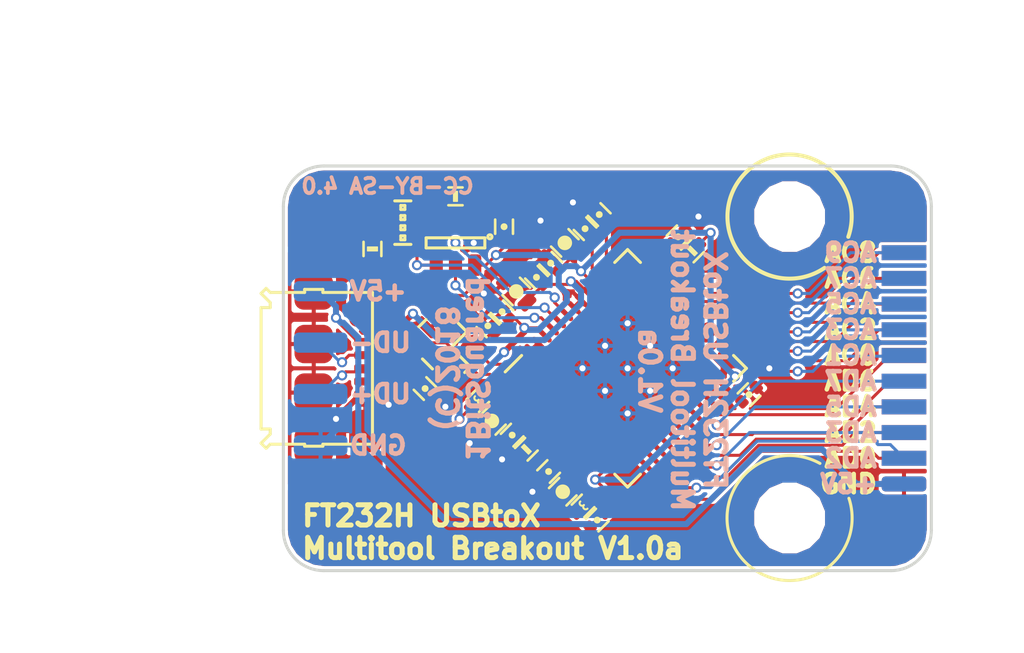
<source format=kicad_pcb>
(kicad_pcb (version 20171130) (host pcbnew 5.0.0-rc2-dev-unknown-44bf92a~64~ubuntu16.04.1)
  (title_block (title "ftdi ft232h breakout") (rev V1.0a) (company 1BitSquared) (comment 1 "(C) 2018 Piotr Esden-Tempski <piotr@1bitsquared.com>") (comment 2 "(C) 2018 1BitSquared <info@1bitsquared.com>") (comment 3 "License: CC-BY-SA 4.0"))
  (layers (0 F.Cu signal) (31 B.Cu signal) (34 B.Paste user) (35 F.Paste user) (36 B.SilkS user) (37 F.SilkS user) (38 B.Mask user) (39 F.Mask user) (44 Edge.Cuts user))
  (net 0 "")
  (net 1 +3V3)
  (net 2 GND)
  (net 3 "Net-(R6-Pad1)")
  (net 4 "Net-(R2-Pad1)")
  (net 5 "Net-(C3-Pad1)")
  (net 6 +5V)
  (net 7 "Net-(C12-Pad1)")
  (net 8 "Net-(C13-Pad1)")
  (net 9 /shield)
  (net 10 "Net-(P1-Pad4)")
  (net 11 "Net-(R2-Pad5)")
  (net 12 "Net-(R2-Pad3)")
  (net 13 "Net-(C2-Pad1)")
  (net 14 "Net-(R8-Pad2)")
  (net 15 /ADBUS0)
  (net 16 /ADBUS1)
  (net 17 /ADBUS2)
  (net 18 /ADBUS3)
  (net 19 /ADBUS4)
  (net 20 /ADBUS5)
  (net 21 /ADBUS6)
  (net 22 /ADBUS7)
  (net 23 /ACBUS0)
  (net 24 /ACBUS1)
  (net 25 /ACBUS2)
  (net 26 /ACBUS3)
  (net 27 /ACBUS4)
  (net 28 /ACBUS5)
  (net 29 /ACBUS6)
  (net 30 /ACBUS7)
  (net 31 /ACBUS8)
  (net 32 /ACBUS9)
  (net 33 "Net-(C4-Pad1)")
  (net 34 /VCCA)
  (net 35 /VCORE)
  (net 36 /USB_D-)
  (net 37 /USB_D+)
  (module pkl_samtec:FTSH-EDGE-20pin (layer F.Cu) (at 62 47.5 90)
    (fp_text reference J1 hide)
    (fp_text value Conn hide)
    (pad 1 smd roundrect (at -5.715 -1.35 90) (size 0.74 2.2) (layers F.Cu F.Mask) (net 2 GND))
    (pad 2 smd roundrect (at -5.715 -1.35 90) (size 0.74 2.2) (layers B.Cu B.Mask) (net 6 +5V))
    (pad 3 smd rect (at -4.445 -1.35 90) (size 0.74 2.2) (layers F.Cu F.Mask) (net 15 /ADBUS0))
    (pad 5 smd rect (at -3.175 -1.35 90) (size 0.74 2.2) (layers F.Cu F.Mask) (net 17 /ADBUS2))
    (pad 7 smd rect (at -1.905 -1.35 90) (size 0.74 2.2) (layers F.Cu F.Mask) (net 19 /ADBUS4))
    (pad 9 smd rect (at -0.635 -1.35 90) (size 0.74 2.2) (layers F.Cu F.Mask) (net 21 /ADBUS6))
    (pad 4 smd rect (at -4.445 -1.35 90) (size 0.74 2.2) (layers B.Cu B.Mask) (net 16 /ADBUS1))
    (pad e smd rect (at -3.175 -1.35 90) (size 0.74 2.2) (layers B.Cu B.Mask))
    (pad 8 smd rect (at -1.905 -1.35 90) (size 0.74 2.2) (layers B.Cu B.Mask) (net 20 /ADBUS5))
    (pad 10 smd rect (at -0.635 -1.35 90) (size 0.74 2.2) (layers B.Cu B.Mask) (net 22 /ADBUS7))
    (pad 12 smd rect (at 0.635 -1.35 90) (size 0.74 2.2) (layers B.Cu B.Mask) (net 24 /ACBUS1))
    (pad 14 smd rect (at 1.905 -1.35 90) (size 0.74 2.2) (layers B.Cu B.Mask) (net 26 /ACBUS3))
    (pad 16 smd rect (at 3.175 -1.35 90) (size 0.74 2.2) (layers B.Cu B.Mask) (net 28 /ACBUS5))
    (pad 18 smd rect (at 4.445 -1.35 90) (size 0.74 2.2) (layers B.Cu B.Mask) (net 30 /ACBUS7))
    (pad 20 smd rect (at 5.715 -1.35 90) (size 0.74 2.2) (layers B.Cu B.Mask) (net 32 /ACBUS9))
    (pad 11 smd rect (at 0.635 -1.35 90) (size 0.74 2.2) (layers F.Cu F.Mask) (net 23 /ACBUS0))
    (pad 13 smd rect (at 1.905 -1.35 90) (size 0.74 2.2) (layers F.Cu F.Mask) (net 25 /ACBUS2))
    (pad 15 smd rect (at 3.175 -1.35 90) (size 0.74 2.2) (layers F.Cu F.Mask) (net 27 /ACBUS4))
    (pad 17 smd rect (at 4.445 -1.35 90) (size 0.74 2.2) (layers F.Cu F.Mask) (net 29 /ACBUS6))
    (pad 19 smd rect (at 5.715 -1.35 90) (size 0.74 2.2) (layers F.Cu F.Mask) (net 31 /ACBUS8))
  )
  (module MountingHole:MountingHole_3.2mm_M3 (layer F.Cu) (at 55 54.9)
    (fp_text reference REF** hide)
    (fp_text value MountingHole_3.2mm_M3 hide)
    (pad 1 np_thru_hole circle (at 0 0) (size 3.2 3.2) (drill 3.2) (layers *.Cu *.Mask))
  )
  (module MountingHole:MountingHole_3.2mm_M3 (layer F.Cu) (at 55 40)
    (fp_text reference REF** hide)
    (fp_text value MountingHole_3.2mm_M3 hide)
    (pad 1 np_thru_hole circle (at 0 0) (size 3.2 3.2) (drill 3.2) (layers *.Cu *.Mask))
  )
  (module pkl_housings_sot:SOT-23-6 (layer F.Cu) (at 38.5 41.3 90)
    (fp_text reference U1)
    (fp_text value 93C46B-SOT-23-6)
    (pad 1 smd roundrect (at 1.1 0.95 270) (size 1.06 0.65) (layers F.Cu F.Paste F.Mask) (net 11 "Net-(R2-Pad5)"))
    (pad 2 smd roundrect (at 1.1 0 270) (size 1.06 0.65) (layers F.Cu F.Paste F.Mask) (net 2 GND))
    (pad 3 smd roundrect (at 1.1 -0.95 270) (size 1.06 0.65) (layers F.Cu F.Paste F.Mask) (net 3 "Net-(R6-Pad1)"))
    (pad 4 smd roundrect (at -1.1 -0.95 270) (size 1.06 0.65) (layers F.Cu F.Paste F.Mask) (net 4 "Net-(R2-Pad1)"))
    (pad 6 smd roundrect (at -1.1 0.95 270) (size 1.06 0.65) (layers F.Cu F.Paste F.Mask) (net 1 +3V3))
    (pad 5 smd roundrect (at -1.1 0 270) (size 1.06 0.65) (layers F.Cu F.Paste F.Mask) (net 12 "Net-(R2-Pad3)"))
  )
  (module pkl_dipol:C_0402 (layer F.Cu) (at 43.2 42.3 135)
    (fp_text reference C8)
    (fp_text value 100n)
    (pad 2 smd roundrect (at 0.499999 0 135) (size 0.5 0.6) (layers F.Cu F.Paste F.Mask) (net 2 GND))
    (pad 1 smd roundrect (at -0.499999 0 135) (size 0.5 0.6) (layers F.Cu F.Paste F.Mask) (net 1 +3V3))
  )
  (module pkl_dipol:C_0402 (layer F.Cu) (at 40.1 45.4 135)
    (fp_text reference C2)
    (fp_text value 10p)
    (pad 1 smd roundrect (at -0.499999 0 135) (size 0.5 0.6) (layers F.Cu F.Paste F.Mask) (net 13 "Net-(C2-Pad1)"))
    (pad 2 smd roundrect (at 0.499999 0 135) (size 0.5 0.6) (layers F.Cu F.Paste F.Mask) (net 2 GND))
  )
  (module pkl_housings_dfn_qfn:QFN-48-1EP_8x8mm_Pitch0.5mm (layer F.Cu) (at 47 47.5 45)
    (fp_text reference U2)
    (fp_text value FT232H)
    (pad 1 smd oval (at -4 -2.75 135) (size 0.25 0.8) (layers F.Cu F.Paste F.Mask) (net 13 "Net-(C2-Pad1)"))
    (pad 2 smd oval (at -4 -2.25 135) (size 0.25 0.8) (layers F.Cu F.Paste F.Mask) (net 5 "Net-(C3-Pad1)"))
    (pad 3 smd oval (at -4 -1.75 135) (size 0.25 0.8) (layers F.Cu F.Paste F.Mask) (net 7 "Net-(C12-Pad1)"))
    (pad 4 smd oval (at -4.000001 -1.25 135) (size 0.25 0.8) (layers F.Cu F.Paste F.Mask) (net 2 GND))
    (pad 5 smd oval (at -4 -0.75 135) (size 0.25 0.8) (layers F.Cu F.Paste F.Mask) (net 14 "Net-(R8-Pad2)"))
    (pad 6 smd oval (at -4 -0.25 135) (size 0.25 0.8) (layers F.Cu F.Paste F.Mask) (net 36 /USB_D-))
    (pad 7 smd oval (at -4 0.25 135) (size 0.25 0.8) (layers F.Cu F.Paste F.Mask) (net 37 /USB_D+))
    (pad 8 smd oval (at -4 0.75 135) (size 0.25 0.8) (layers F.Cu F.Paste F.Mask) (net 8 "Net-(C13-Pad1)"))
    (pad 9 smd oval (at -4.000001 1.25 135) (size 0.25 0.8) (layers F.Cu F.Paste F.Mask) (net 2 GND))
    (pad 10 smd oval (at -4 1.75 135) (size 0.25 0.8) (layers F.Cu F.Paste F.Mask) (net 2 GND))
    (pad 11 smd oval (at -4 2.25 135) (size 0.25 0.8) (layers F.Cu F.Paste F.Mask) (net 2 GND))
    (pad 12 smd oval (at -4 2.75 135) (size 0.25 0.8) (layers F.Cu F.Paste F.Mask) (net 1 +3V3))
    (pad 13 smd oval (at -2.75 4 45) (size 0.25 0.8) (layers F.Cu F.Paste F.Mask) (net 15 /ADBUS0))
    (pad 14 smd oval (at -2.25 4 45) (size 0.25 0.8) (layers F.Cu F.Paste F.Mask) (net 16 /ADBUS1))
    (pad 15 smd oval (at -1.75 4 45) (size 0.25 0.8) (layers F.Cu F.Paste F.Mask) (net 17 /ADBUS2))
    (pad 16 smd oval (at -1.25 4.000001 45) (size 0.25 0.8) (layers F.Cu F.Paste F.Mask) (net 18 /ADBUS3))
    (pad 17 smd oval (at -0.75 4 45) (size 0.25 0.8) (layers F.Cu F.Paste F.Mask) (net 19 /ADBUS4))
    (pad 18 smd oval (at -0.25 4 45) (size 0.25 0.8) (layers F.Cu F.Paste F.Mask) (net 20 /ADBUS5))
    (pad 19 smd oval (at 0.25 4 45) (size 0.25 0.8) (layers F.Cu F.Paste F.Mask) (net 21 /ADBUS6))
    (pad 20 smd oval (at 0.75 4 45) (size 0.25 0.8) (layers F.Cu F.Paste F.Mask) (net 22 /ADBUS7))
    (pad 21 smd oval (at 1.25 4.000001 45) (size 0.25 0.8) (layers F.Cu F.Paste F.Mask) (net 23 /ACBUS0))
    (pad 22 smd oval (at 1.75 4 45) (size 0.25 0.8) (layers F.Cu F.Paste F.Mask) (net 2 GND))
    (pad 23 smd oval (at 2.25 4 45) (size 0.25 0.8) (layers F.Cu F.Paste F.Mask) (net 2 GND))
    (pad 24 smd oval (at 2.75 4 45) (size 0.25 0.8) (layers F.Cu F.Paste F.Mask) (net 1 +3V3))
    (pad 25 smd oval (at 4 2.75 135) (size 0.25 0.8) (layers F.Cu F.Paste F.Mask) (net 24 /ACBUS1))
    (pad 26 smd oval (at 4 2.25 135) (size 0.25 0.8) (layers F.Cu F.Paste F.Mask) (net 25 /ACBUS2))
    (pad 27 smd oval (at 4 1.75 135) (size 0.25 0.8) (layers F.Cu F.Paste F.Mask) (net 26 /ACBUS3))
    (pad 28 smd oval (at 4.000001 1.25 135) (size 0.25 0.8) (layers F.Cu F.Paste F.Mask) (net 27 /ACBUS4))
    (pad 29 smd oval (at 4 0.75 135) (size 0.25 0.8) (layers F.Cu F.Paste F.Mask) (net 28 /ACBUS5))
    (pad 30 smd oval (at 4 0.25 135) (size 0.25 0.8) (layers F.Cu F.Paste F.Mask) (net 29 /ACBUS6))
    (pad 31 smd oval (at 4 -0.25 135) (size 0.25 0.8) (layers F.Cu F.Paste F.Mask) (net 30 /ACBUS7))
    (pad 32 smd oval (at 4 -0.75 135) (size 0.25 0.8) (layers F.Cu F.Paste F.Mask) (net 31 /ACBUS8))
    (pad 33 smd oval (at 4.000001 -1.25 135) (size 0.25 0.8) (layers F.Cu F.Paste F.Mask) (net 32 /ACBUS9))
    (pad 34 smd oval (at 4 -1.75 135) (size 0.25 0.8) (layers F.Cu F.Paste F.Mask) (net 33 "Net-(C4-Pad1)"))
    (pad 35 smd oval (at 4 -2.25 135) (size 0.25 0.8) (layers F.Cu F.Paste F.Mask) (net 2 GND))
    (pad 36 smd oval (at 4 -2.75 135) (size 0.25 0.8) (layers F.Cu F.Paste F.Mask) (net 2 GND))
    (pad 37 smd oval (at 2.75 -4 45) (size 0.25 0.8) (layers F.Cu F.Paste F.Mask) (net 34 /VCCA))
    (pad 38 smd oval (at 2.25 -4 45) (size 0.25 0.8) (layers F.Cu F.Paste F.Mask) (net 35 /VCORE))
    (pad 39 smd oval (at 1.75 -4 45) (size 0.25 0.8) (layers F.Cu F.Paste F.Mask) (net 1 +3V3))
    (pad 40 smd oval (at 1.25 -4.000001 45) (size 0.25 0.8) (layers F.Cu F.Paste F.Mask) (net 6 +5V))
    (pad 41 smd oval (at 0.75 -4 45) (size 0.25 0.8) (layers F.Cu F.Paste F.Mask) (net 2 GND))
    (pad 42 smd oval (at 0.25 -4 45) (size 0.25 0.8) (layers F.Cu F.Paste F.Mask) (net 2 GND))
    (pad 43 smd oval (at -0.25 -4 45) (size 0.25 0.8) (layers F.Cu F.Paste F.Mask) (net 3 "Net-(R6-Pad1)"))
    (pad 44 smd oval (at -0.75 -4 45) (size 0.25 0.8) (layers F.Cu F.Paste F.Mask) (net 4 "Net-(R2-Pad1)"))
    (pad 45 smd oval (at -1.25 -4.000001 45) (size 0.25 0.8) (layers F.Cu F.Paste F.Mask) (net 12 "Net-(R2-Pad3)"))
    (pad 46 smd oval (at -1.75 -4 45) (size 0.25 0.8) (layers F.Cu F.Paste F.Mask) (net 1 +3V3))
    (pad 47 smd oval (at -2.25 -4 45) (size 0.25 0.8) (layers F.Cu F.Paste F.Mask) (net 2 GND))
    (pad 48 smd oval (at -2.75 -4 45) (size 0.25 0.8) (layers F.Cu F.Paste F.Mask) (net 2 GND))
    (pad 49 smd rect (at -2.35875 -2.35875 45) (size 1.5725 1.5725) (layers F.Cu F.Paste F.Mask) (net 2 GND))
    (pad 49 smd rect (at -2.35875 -0.78625 45) (size 1.5725 1.5725) (layers F.Cu F.Paste F.Mask) (net 2 GND))
    (pad 49 smd rect (at -2.35875 0.78625 45) (size 1.5725 1.5725) (layers F.Cu F.Paste F.Mask) (net 2 GND))
    (pad 49 smd rect (at -2.35875 2.35875 45) (size 1.5725 1.5725) (layers F.Cu F.Paste F.Mask) (net 2 GND))
    (pad 49 smd rect (at -0.78625 -2.35875 45) (size 1.5725 1.5725) (layers F.Cu F.Paste F.Mask) (net 2 GND))
    (pad 49 smd rect (at -0.78625 -0.78625 45) (size 1.5725 1.5725) (layers F.Cu F.Paste F.Mask) (net 2 GND))
    (pad 49 smd rect (at -0.78625 0.78625 45) (size 1.5725 1.5725) (layers F.Cu F.Paste F.Mask) (net 2 GND))
    (pad 49 smd rect (at -0.78625 2.35875 45) (size 1.5725 1.5725) (layers F.Cu F.Paste F.Mask) (net 2 GND))
    (pad 49 smd rect (at 0.78625 -2.35875 45) (size 1.5725 1.5725) (layers F.Cu F.Paste F.Mask) (net 2 GND))
    (pad 49 smd rect (at 0.78625 -0.78625 45) (size 1.5725 1.5725) (layers F.Cu F.Paste F.Mask) (net 2 GND))
    (pad 49 smd rect (at 0.78625 0.78625 45) (size 1.5725 1.5725) (layers F.Cu F.Paste F.Mask) (net 2 GND))
    (pad 49 smd rect (at 0.78625 2.35875 45) (size 1.5725 1.5725) (layers F.Cu F.Paste F.Mask) (net 2 GND))
    (pad 49 smd rect (at 2.35875 -2.35875 45) (size 1.5725 1.5725) (layers F.Cu F.Paste F.Mask) (net 2 GND))
    (pad 49 smd rect (at 2.35875 -0.78625 45) (size 1.5725 1.5725) (layers F.Cu F.Paste F.Mask) (net 2 GND))
    (pad 49 smd rect (at 2.35875 0.78625 45) (size 1.5725 1.5725) (layers F.Cu F.Paste F.Mask) (net 2 GND))
    (pad 49 smd rect (at 2.35875 2.35875 45) (size 1.5725 1.5725) (layers F.Cu F.Paste F.Mask) (net 2 GND))
    (pad 49 thru_hole circle (at -1.575 -1.575 45) (size 0.5 0.5) (drill 0.3) (layers *.Cu F.Mask) (net 2 GND))
    (pad 49 thru_hole circle (at -1.575 0 45) (size 0.5 0.5) (drill 0.3) (layers *.Cu F.Mask) (net 2 GND))
    (pad 49 thru_hole circle (at -1.575 1.575 45) (size 0.5 0.5) (drill 0.3) (layers *.Cu F.Mask) (net 2 GND))
    (pad 49 thru_hole circle (at 0 -1.575 45) (size 0.5 0.5) (drill 0.3) (layers *.Cu F.Mask) (net 2 GND))
    (pad 49 thru_hole circle (at 0 0 45) (size 0.5 0.5) (drill 0.3) (layers *.Cu F.Mask) (net 2 GND))
    (pad 49 thru_hole circle (at 0 1.575 45) (size 0.5 0.5) (drill 0.3) (layers *.Cu F.Mask) (net 2 GND))
    (pad 49 thru_hole circle (at 1.575 -1.575 45) (size 0.5 0.5) (drill 0.3) (layers *.Cu F.Mask) (net 2 GND))
    (pad 49 thru_hole circle (at 1.575 0 45) (size 0.5 0.5) (drill 0.3) (layers *.Cu F.Mask) (net 2 GND))
    (pad 49 thru_hole circle (at 1.575 1.575 45) (size 0.5 0.5) (drill 0.3) (layers *.Cu F.Mask) (net 2 GND))
  )
  (module pkl_misc:ABM8 (layer F.Cu) (at 38 46.4 135)
    (fp_text reference X1)
    (fp_text value 12MHz)
    (pad 1 smd roundrect (at -1.15 0.925 135) (size 1.3 1.05) (layers F.Cu F.Paste F.Mask) (net 13 "Net-(C2-Pad1)"))
    (pad 2 smd roundrect (at 1.15 -0.925 135) (size 1.3 1.05) (layers F.Cu F.Paste F.Mask) (net 5 "Net-(C3-Pad1)"))
    (pad GND smd roundrect (at -1.15 -0.925 135) (size 1.3 1.05) (layers F.Cu F.Paste F.Mask) (net 2 GND))
    (pad GND smd roundrect (at 1.15 0.925 135) (size 1.3 1.05) (layers F.Cu F.Paste F.Mask) (net 2 GND))
  )
  (module pkl_pads:PAD_SMD_1x2.65 (layer B.Cu) (at 31.84 51.31)
    (fp_text reference P5 hide)
    (fp_text value UP hide)
    (pad 1 smd roundrect (at 0 0) (size 2.65 1) (layers B.Cu B.Mask) (net 2 GND))
  )
  (module pkl_pads:PAD_SMD_1x2.65 (layer B.Cu) (at 31.84 43.69)
    (fp_text reference P2 hide)
    (fp_text value UP hide)
    (pad 1 smd roundrect (at 0 0) (size 2.65 1) (layers B.Cu B.Mask) (net 6 +5V))
  )
  (module pkl_pads:PAD_SMD_1x2.65 (layer B.Cu) (at 31.84 46.23)
    (fp_text reference P3 hide)
    (fp_text value UP hide)
    (pad 1 smd roundrect (at 0 0) (size 2.65 1) (layers B.Cu B.Mask) (net 36 /USB_D-))
  )
  (module pkl_pads:PAD_SMD_1x2.65 (layer B.Cu) (at 31.84 48.77)
    (fp_text reference P4 hide)
    (fp_text value UP hide)
    (pad 1 smd roundrect (at 0 0) (size 2.65 1) (layers B.Cu B.Mask) (net 37 /USB_D+))
  )
  (module pkl_dipol:C_0603 (layer F.Cu) (at 41.5 43.7 135)
    (fp_text reference C7)
    (fp_text value 4u7)
    (pad 1 smd roundrect (at -0.75 0 135) (size 0.6 0.9) (layers F.Cu F.Paste F.Mask) (net 6 +5V))
    (pad 2 smd roundrect (at 0.75 0 135) (size 0.6 0.9) (layers F.Cu F.Paste F.Mask) (net 2 GND))
  )
  (module pkl_dipol:C_0603 (layer F.Cu) (at 40.3 50.1 225)
    (fp_text reference C6)
    (fp_text value 4u7)
    (pad 2 smd roundrect (at 0.75 0 225) (size 0.6 0.9) (layers F.Cu F.Paste F.Mask) (net 2 GND))
    (pad 1 smd roundrect (at -0.75 0 225) (size 0.6 0.9) (layers F.Cu F.Paste F.Mask) (net 7 "Net-(C12-Pad1)"))
  )
  (module pkl_dipol:C_0603 (layer F.Cu) (at 43.8 53.6 225)
    (fp_text reference C9)
    (fp_text value 4u7)
    (pad 1 smd roundrect (at -0.75 0 225) (size 0.6 0.9) (layers F.Cu F.Paste F.Mask) (net 8 "Net-(C13-Pad1)"))
    (pad 2 smd roundrect (at 0.75 0 225) (size 0.6 0.9) (layers F.Cu F.Paste F.Mask) (net 2 GND))
  )
  (module pkl_dipol:R_Array_Convex_4x0402 (layer F.Cu) (at 35.9 40.3 90)
    (fp_text reference R2)
    (fp_text value 10k)
    (pad 3 smd roundrect (at -0.25 0.475 90) (size 0.3 0.45) (layers F.Cu F.Paste F.Mask) (net 12 "Net-(R2-Pad3)"))
    (pad 5 smd roundrect (at 0.25 0.475 90) (size 0.3 0.45) (layers F.Cu F.Paste F.Mask) (net 11 "Net-(R2-Pad5)"))
    (pad 1 smd roundrect (at -0.75 0.475 90) (size 0.4 0.45) (layers F.Cu F.Paste F.Mask) (net 4 "Net-(R2-Pad1)"))
    (pad 7 smd roundrect (at 0.75 0.475 90) (size 0.4 0.45) (layers F.Cu F.Paste F.Mask))
    (pad 2 smd roundrect (at -0.75 -0.475 90) (size 0.4 0.45) (layers F.Cu F.Paste F.Mask) (net 1 +3V3))
    (pad 4 smd roundrect (at -0.25 -0.475 90) (size 0.3 0.45) (layers F.Cu F.Paste F.Mask) (net 1 +3V3))
    (pad 6 smd roundrect (at 0.25 -0.475 90) (size 0.3 0.45) (layers F.Cu F.Paste F.Mask) (net 1 +3V3))
    (pad 8 smd roundrect (at 0.75 -0.475 90) (size 0.4 0.45) (layers F.Cu F.Paste F.Mask))
  )
  (module pkl_connectors:Connector_USB_Micro_B_SMD (layer F.Cu) (at 31.5 47.5 180)
    (fp_text reference P1 hide)
    (fp_text value pkl_USB_OTG hide)
    (pad GND smd roundrect (at 0 1.2 270) (size 1.9 1.9) (layers F.Cu F.Paste F.Mask) (net 9 /shield))
    (pad GND smd roundrect (at 0 -1.2 270) (size 1.9 1.9) (layers F.Cu F.Paste F.Mask) (net 9 /shield))
    (pad GND smd roundrect (at 0 -3.8 270) (size 1.8 1.9) (layers F.Cu F.Paste F.Mask) (net 9 /shield))
    (pad GND smd roundrect (at 0 3.8 270) (size 1.8 1.9) (layers F.Cu F.Paste F.Mask) (net 9 /shield))
    (pad GND smd roundrect (at -2.55 -3.1 270) (size 2.1 1.6) (layers F.Cu F.Paste F.Mask) (net 9 /shield))
    (pad GND smd roundrect (at -2.55 3.1 270) (size 2.1 1.6) (layers F.Cu F.Paste F.Mask) (net 9 /shield))
    (pad 1 smd roundrect (at -2.675 1.3 270) (size 0.4 1.35) (layers F.Cu F.Paste F.Mask) (net 6 +5V))
    (pad 2 smd roundrect (at -2.675 0.65 270) (size 0.4 1.35) (layers F.Cu F.Paste F.Mask) (net 36 /USB_D-))
    (pad 3 smd roundrect (at -2.675 0 270) (size 0.4 1.35) (layers F.Cu F.Paste F.Mask) (net 37 /USB_D+))
    (pad 4 smd roundrect (at -2.675 -0.65 270) (size 0.4 1.35) (layers F.Cu F.Paste F.Mask) (net 10 "Net-(P1-Pad4)"))
    (pad 5 smd roundrect (at -2.675 -1.3 270) (size 0.4 1.35) (layers F.Cu F.Paste F.Mask) (net 2 GND))
  )
  (module pkl_dipol:C_0402 (layer F.Cu) (at 49.5 41 45)
    (fp_text reference C4)
    (fp_text value 10n)
    (pad 2 smd roundrect (at 0.499999 0 45) (size 0.5 0.6) (layers F.Cu F.Paste F.Mask) (net 2 GND))
    (pad 1 smd roundrect (at -0.499999 0 45) (size 0.5 0.6) (layers F.Cu F.Paste F.Mask) (net 33 "Net-(C4-Pad1)"))
  )
  (module pkl_dipol:C_0402 (layer F.Cu) (at 37 48.5 315)
    (fp_text reference C3)
    (fp_text value 10p)
    (pad 1 smd roundrect (at -0.499999 0 315) (size 0.5 0.6) (layers F.Cu F.Paste F.Mask) (net 5 "Net-(C3-Pad1)"))
    (pad 2 smd roundrect (at 0.499999 0 315) (size 0.5 0.6) (layers F.Cu F.Paste F.Mask) (net 2 GND))
  )
  (module pkl_dipol:C_0402 (layer F.Cu) (at 40.9 40.5 90)
    (fp_text reference C1)
    (fp_text value 100n)
    (pad 2 smd roundrect (at 0.5 0 90) (size 0.5 0.6) (layers F.Cu F.Paste F.Mask) (net 2 GND))
    (pad 1 smd roundrect (at -0.5 0 90) (size 0.5 0.6) (layers F.Cu F.Paste F.Mask) (net 1 +3V3))
  )
  (module pkl_dipol:C_0402 (layer F.Cu) (at 53 48.8 45)
    (fp_text reference C19)
    (fp_text value 100n)
    (pad 1 smd roundrect (at -0.499999 0 45) (size 0.5 0.6) (layers F.Cu F.Paste F.Mask) (net 1 +3V3))
    (pad 2 smd roundrect (at 0.499999 0 45) (size 0.5 0.6) (layers F.Cu F.Paste F.Mask) (net 2 GND))
  )
  (module pkl_dipol:C_0402 (layer F.Cu) (at 45.6 39.9 135)
    (fp_text reference C16)
    (fp_text value 100n)
    (pad 1 smd roundrect (at -0.499999 0 135) (size 0.5 0.6) (layers F.Cu F.Paste F.Mask) (net 34 /VCCA))
    (pad 2 smd roundrect (at 0.499999 0 135) (size 0.5 0.6) (layers F.Cu F.Paste F.Mask) (net 2 GND))
  )
  (module pkl_dipol:C_0402 (layer F.Cu) (at 42.5 43 135)
    (fp_text reference C10)
    (fp_text value 100n)
    (pad 2 smd roundrect (at 0.499999 0 135) (size 0.5 0.6) (layers F.Cu F.Paste F.Mask) (net 2 GND))
    (pad 1 smd roundrect (at -0.499999 0 135) (size 0.5 0.6) (layers F.Cu F.Paste F.Mask) (net 6 +5V))
  )
  (module pkl_dipol:C_0402 (layer F.Cu) (at 41.3 50.8 225)
    (fp_text reference C12)
    (fp_text value 100n)
    (pad 2 smd roundrect (at 0.499999 0 225) (size 0.5 0.6) (layers F.Cu F.Paste F.Mask) (net 2 GND))
    (pad 1 smd roundrect (at -0.499999 0 225) (size 0.5 0.6) (layers F.Cu F.Paste F.Mask) (net 7 "Net-(C12-Pad1)"))
  )
  (module pkl_dipol:C_0402 (layer F.Cu) (at 43.1 52.6 225)
    (fp_text reference C13)
    (fp_text value 100n)
    (pad 1 smd roundrect (at -0.499999 0 225) (size 0.5 0.6) (layers F.Cu F.Paste F.Mask) (net 8 "Net-(C13-Pad1)"))
    (pad 2 smd roundrect (at 0.499999 0 225) (size 0.5 0.6) (layers F.Cu F.Paste F.Mask) (net 2 GND))
  )
  (module pkl_dipol:C_0402 (layer F.Cu) (at 44.9 40.6 135)
    (fp_text reference C14)
    (fp_text value 100n)
    (pad 2 smd roundrect (at 0.499999 0 135) (size 0.5 0.6) (layers F.Cu F.Paste F.Mask) (net 2 GND))
    (pad 1 smd roundrect (at -0.499999 0 135) (size 0.5 0.6) (layers F.Cu F.Paste F.Mask) (net 35 /VCORE))
  )
  (module pkl_dipol:C_0402 (layer F.Cu) (at 45.5 55 225)
    (fp_text reference C18)
    (fp_text value 100n)
    (pad 2 smd roundrect (at 0.499999 0 225) (size 0.5 0.6) (layers F.Cu F.Paste F.Mask) (net 2 GND))
    (pad 1 smd roundrect (at -0.499999 0 225) (size 0.5 0.6) (layers F.Cu F.Paste F.Mask) (net 1 +3V3))
  )
  (module pkl_dipol:C_0402 (layer F.Cu) (at 40.8 44.7 135)
    (fp_text reference C20)
    (fp_text value 100n)
    (pad 1 smd roundrect (at -0.499999 0 135) (size 0.5 0.6) (layers F.Cu F.Paste F.Mask) (net 1 +3V3))
    (pad 2 smd roundrect (at 0.499999 0 135) (size 0.5 0.6) (layers F.Cu F.Paste F.Mask) (net 2 GND))
  )
  (module pkl_dipol:C_0603 (layer F.Cu) (at 43.9 41.3 135)
    (fp_text reference C5)
    (fp_text value 4u7)
    (pad 1 smd roundrect (at -0.75 0 135) (size 0.6 0.9) (layers F.Cu F.Paste F.Mask) (net 1 +3V3))
    (pad 2 smd roundrect (at 0.75 0 135) (size 0.6 0.9) (layers F.Cu F.Paste F.Mask) (net 2 GND))
  )
  (module pkl_dipol:L_0402 (layer F.Cu) (at 39.6 49.1 45)
    (fp_text reference L2)
    (fp_text value 600)
    (pad 2 smd roundrect (at 0.499999 0 45) (size 0.5 0.6) (layers F.Cu F.Paste F.Mask) (net 7 "Net-(C12-Pad1)"))
    (pad 1 smd roundrect (at -0.499999 0 45) (size 0.5 0.6) (layers F.Cu F.Paste F.Mask) (net 1 +3V3))
  )
  (module pkl_dipol:L_0402 (layer F.Cu) (at 44.8 54.3 45)
    (fp_text reference L1)
    (fp_text value 600)
    (pad 1 smd roundrect (at -0.499999 0 45) (size 0.5 0.6) (layers F.Cu F.Paste F.Mask) (net 1 +3V3))
    (pad 2 smd roundrect (at 0.499999 0 45) (size 0.5 0.6) (layers F.Cu F.Paste F.Mask) (net 8 "Net-(C13-Pad1)"))
  )
  (module pkl_dipol:R_0402 (layer F.Cu) (at 50.2 41.7 45)
    (fp_text reference R9)
    (fp_text value 10k)
    (pad 1 smd roundrect (at -0.499999 0 45) (size 0.5 0.6) (layers F.Cu F.Paste F.Mask) (net 33 "Net-(C4-Pad1)"))
    (pad 2 smd roundrect (at 0.499999 0 45) (size 0.5 0.6) (layers F.Cu F.Paste F.Mask) (net 1 +3V3))
  )
  (module pkl_dipol:R_0402 (layer F.Cu) (at 42 51.5 45)
    (fp_text reference R8)
    (fp_text value 12k)
    (pad 2 smd roundrect (at 0.499999 0 45) (size 0.5 0.6) (layers F.Cu F.Paste F.Mask) (net 14 "Net-(R8-Pad2)"))
    (pad 1 smd roundrect (at -0.499999 0 45) (size 0.5 0.6) (layers F.Cu F.Paste F.Mask) (net 2 GND))
  )
  (module pkl_dipol:R_0402 (layer F.Cu) (at 38.5 39)
    (fp_text reference R6)
    (fp_text value 2k2)
    (pad 1 smd roundrect (at -0.5 0) (size 0.5 0.6) (layers F.Cu F.Paste F.Mask) (net 3 "Net-(R6-Pad1)"))
    (pad 2 smd roundrect (at 0.5 0) (size 0.5 0.6) (layers F.Cu F.Paste F.Mask) (net 11 "Net-(R2-Pad5)"))
  )
  (module pkl_dipol:R_0402 (layer F.Cu) (at 34.4 41.6 270)
    (fp_text reference R1)
    (fp_text value 1M)
    (pad 1 smd roundrect (at -0.5 0 270) (size 0.5 0.6) (layers F.Cu F.Paste F.Mask) (net 2 GND))
    (pad 2 smd roundrect (at 0.5 0 270) (size 0.5 0.6) (layers F.Cu F.Paste F.Mask) (net 9 /shield))
  )
  (gr_text "CC-BY-SA 4.0" (at 39.5 38.5) (layer B.SilkS) (effects (font (size 0.75 0.75) (thickness 0.1875)) (justify left mirror)))
  (gr_text "FT232H USBtoX\nMultitool Breakout\nV1.0a" (at 49.7 47.6 270) (layer B.SilkS) (effects (font (size 1 1) (thickness 0.25)) (justify mirror)))
  (gr_text GND (at 33.165 51.31) (layer B.SilkS) (effects (font (size 0.9 0.9) (thickness 0.225)) (justify right mirror)))
  (gr_text UD+ (at 33.165 48.77) (layer B.SilkS) (effects (font (size 0.9 0.9) (thickness 0.225)) (justify right mirror)))
  (gr_text UD- (at 33.165 46.23) (layer B.SilkS) (effects (font (size 0.9 0.9) (thickness 0.225)) (justify right mirror)))
  (gr_text +5V (at 33.165 43.69) (layer B.SilkS) (effects (font (size 0.9 0.9) (thickness 0.225)) (justify right mirror)))
  (gr_text "(C)2018" (at 38.07 47.5 270) (layer B.SilkS) (effects (font (size 1 1) (thickness 0.25)) (justify mirror)))
  (gr_text 1BitSquared (at 39.57 47.5 270) (layer B.SilkS) (effects (font (size 1 1) (thickness 0.25)) (justify mirror)))
  (gr_arc (start 55 40) (end 57.899999 40.999999) (angle -323.2413082) (layer F.SilkS) (width 0.2))
  (gr_arc (start 55 54.9) (end 56.5 52.2) (angle -317.4895529) (layer F.SilkS) (width 0.15))
  (gr_text AC9 (at 59.43 41.785) (layer B.SilkS) (effects (font (size 0.9 0.9) (thickness 0.225)) (justify left mirror)))
  (gr_text AC7 (at 59.43 43.055) (layer B.SilkS) (effects (font (size 0.9 0.9) (thickness 0.225)) (justify left mirror)))
  (gr_text AC5 (at 59.43 44.325) (layer B.SilkS) (effects (font (size 0.9 0.9) (thickness 0.225)) (justify left mirror)))
  (gr_text AC3 (at 59.43 45.595) (layer B.SilkS) (effects (font (size 0.9 0.9) (thickness 0.225)) (justify left mirror)))
  (gr_text AC1 (at 59.43 46.865) (layer B.SilkS) (effects (font (size 0.9 0.9) (thickness 0.225)) (justify left mirror)))
  (gr_text AD7 (at 59.43 48.135) (layer B.SilkS) (effects (font (size 0.9 0.9) (thickness 0.225)) (justify left mirror)))
  (gr_text AD5 (at 59.43 49.405) (layer B.SilkS) (effects (font (size 0.9 0.9) (thickness 0.225)) (justify left mirror)))
  (gr_text AD3 (at 59.43 50.675) (layer B.SilkS) (effects (font (size 0.9 0.9) (thickness 0.225)) (justify left mirror)))
  (gr_text AD2 (at 59.43 51.945) (layer B.SilkS) (effects (font (size 0.9 0.9) (thickness 0.225)) (justify left mirror)))
  (gr_text +5V (at 59.43 53.215) (layer B.SilkS) (effects (font (size 0.9 0.9) (thickness 0.225)) (justify left mirror)))
  (gr_text AC8 (at 59.43 41.785) (layer F.SilkS) (effects (font (size 0.9 0.9) (thickness 0.225)) (justify right)))
  (gr_text AC6 (at 59.43 43.055) (layer F.SilkS) (effects (font (size 0.9 0.9) (thickness 0.225)) (justify right)))
  (gr_text AC4 (at 59.43 44.325) (layer F.SilkS) (effects (font (size 0.9 0.9) (thickness 0.225)) (justify right)))
  (gr_text AC2 (at 59.43 45.595) (layer F.SilkS) (effects (font (size 0.9 0.9) (thickness 0.225)) (justify right)))
  (gr_text AC0 (at 59.43 46.865) (layer F.SilkS) (effects (font (size 0.9 0.9) (thickness 0.225)) (justify right)))
  (gr_text AD2 (at 59.43 50.675) (layer F.SilkS) (effects (font (size 0.9 0.9) (thickness 0.225)) (justify right)))
  (gr_text AD4 (at 59.43 49.405) (layer F.SilkS) (effects (font (size 0.9 0.9) (thickness 0.225)) (justify right)))
  (gr_text AD6 (at 59.43 48.135) (layer F.SilkS) (effects (font (size 0.9 0.9) (thickness 0.225)) (justify right)))
  (gr_text AD0 (at 59.43 51.945) (layer F.SilkS) (effects (font (size 0.9 0.9) (thickness 0.225)) (justify right)))
  (gr_text GND (at 59.43 53.215) (layer F.SilkS) (effects (font (size 0.9 0.9) (thickness 0.225)) (justify right)))
  (gr_text "FT232H USBtoX\nMultitool Breakout V1.0a" (at 30.8 55.6) (layer F.SilkS) (effects (font (size 1 1) (thickness 0.25)) (justify left)))
  (gr_arc (start 32 55.5) (end 30 55.5) (angle -90) (layer Edge.Cuts) (width 0.15))
  (gr_arc (start 32 39.5) (end 32 37.5) (angle -90) (layer Edge.Cuts) (width 0.15))
  (gr_arc (start 60 39.5) (end 62 39.5) (angle -90) (layer Edge.Cuts) (width 0.15))
  (gr_arc (start 60 55.5) (end 60 57.5) (angle -90) (layer Edge.Cuts) (width 0.15))
  (gr_line (start 62 55.5) (end 62 39.5) (layer Edge.Cuts) (width 0.15))
  (gr_line (start 30 55.5) (end 30 39.5) (layer Edge.Cuts) (width 0.15))
  (gr_line (start 60 57.5) (end 32 57.5) (layer Edge.Cuts) (width 0.15))
  (gr_line (start 32 37.5) (end 60 37.5) (layer Edge.Cuts) (width 0.15))
  (segment (start 37.3 43.9) (end 35.425 42.025) (width 0.15) (layer F.Cu) (net 1))
  (segment (start 38.9 43.9) (end 37.3 43.9) (width 0.15) (layer F.Cu) (net 1))
  (segment (start 39.45 43.35) (end 38.9 43.9) (width 0.15) (layer F.Cu) (net 1))
  (segment (start 39.45 42.4) (end 39.45 43.35) (width 0.15) (layer F.Cu) (net 1))
  (segment (start 35.425 42.025) (end 35.425 41.05) (width 0.15) (layer F.Cu) (net 1))
  (segment (start 40.5 41.9) (end 43.1 41.9) (width 0.3) (layer B.Cu) (net 1))
  (segment (start 43.1 41.9) (end 43.8 42.6) (width 0.3) (layer B.Cu) (net 1))
  (segment (start 52.3 47.9) (end 51.1 46.7) (width 0.3) (layer B.Cu) (net 1))
  (segment (start 51.1 46.7) (end 51.1 40.8) (width 0.3) (layer B.Cu) (net 1))
  (segment (start 43.949999 42.450001) (end 43.8 42.6) (width 0.3) (layer B.Cu) (net 1))
  (segment (start 43.8 42.6) (end 43.6 42.8) (width 0.3) (layer B.Cu) (net 1))
  (segment (start 45.4 53) (end 47.2 53) (width 0.3) (layer B.Cu) (net 1))
  (segment (start 47.2 53) (end 52.3 47.9) (width 0.3) (layer B.Cu) (net 1))
  (segment (start 44.7 42.7) (end 46.6 40.8) (width 0.3) (layer B.Cu) (net 1))
  (segment (start 46.6 40.8) (end 51.1 40.8) (width 0.3) (layer B.Cu) (net 1))
  (segment (start 40.9 46.7) (end 38.7 48.9) (width 0.3) (layer B.Cu) (net 1))
  (segment (start 38.7 48.9) (end 38.7 50) (width 0.3) (layer B.Cu) (net 1))
  (segment (start 41.9 45.5) (end 41.9 45.7) (width 0.3) (layer F.Cu) (net 1))
  (segment (start 41.9 45.7) (end 40.9 46.7) (width 0.3) (layer F.Cu) (net 1))
  (via (at 40.9 46.7) (size 0.5) (drill 0.3) (layers F.Cu B.Cu) (net 1))
  (segment (start 44.450001 42.450001) (end 43.949999 42.450001) (width 0.3) (layer B.Cu) (net 1))
  (segment (start 43.6 42.8) (end 43.6 43.4) (width 0.3) (layer B.Cu) (net 1))
  (segment (start 44.7 42.7) (end 44.450001 42.450001) (width 0.3) (layer B.Cu) (net 1))
  (segment (start 43.6 43.4) (end 44 43.8) (width 0.3) (layer B.Cu) (net 1))
  (segment (start 44 43.8) (end 44 44.2) (width 0.3) (layer B.Cu) (net 1))
  (segment (start 44 44.2) (end 42.6 45.6) (width 0.3) (layer B.Cu) (net 1))
  (segment (start 42.6 45.6) (end 42 45.6) (width 0.3) (layer B.Cu) (net 1))
  (segment (start 42 45.6) (end 41.9 45.5) (width 0.3) (layer B.Cu) (net 1))
  (segment (start 46.116117 52.272971) (end 45.4 52.989088) (width 0.15) (layer F.Cu) (net 1))
  (segment (start 45.4 52.989088) (end 45.4 53) (width 0.15) (layer F.Cu) (net 1))
  (segment (start 45.853553 54.646447) (end 45.853553 53.453553) (width 0.15) (layer F.Cu) (net 1))
  (segment (start 45.853553 53.453553) (end 45.4 53) (width 0.15) (layer F.Cu) (net 1))
  (via (at 45.4 53) (size 0.5) (drill 0.3) (layers F.Cu B.Cu) (net 1))
  (segment (start 44.446447 54.653553) (end 45.846447 54.653553) (width 0.15) (layer F.Cu) (net 1))
  (segment (start 45.846447 54.653553) (end 45.853553 54.646447) (width 0.15) (layer F.Cu) (net 1))
  (segment (start 51.772971 48.383883) (end 51.816117 48.383883) (width 0.15) (layer F.Cu) (net 1))
  (segment (start 51.816117 48.383883) (end 52.3 47.9) (width 0.15) (layer F.Cu) (net 1))
  (via (at 52.3 47.9) (size 0.5) (drill 0.3) (layers F.Cu B.Cu) (net 1))
  (segment (start 51.772971 48.383883) (end 51.876777 48.383883) (width 0.15) (layer F.Cu) (net 1))
  (segment (start 51.876777 48.383883) (end 52.646447 49.153553) (width 0.15) (layer F.Cu) (net 1))
  (segment (start 50.553553 41.346447) (end 51.1 40.8) (width 0.15) (layer F.Cu) (net 1))
  (via (at 51.1 40.8) (size 0.5) (drill 0.3) (layers F.Cu B.Cu) (net 1))
  (segment (start 35.425 40.55) (end 35.425 41.05) (width 0.15) (layer F.Cu) (net 1))
  (segment (start 35.425 40.05) (end 35.425 40.55) (width 0.15) (layer F.Cu) (net 1))
  (segment (start 40.9 41) (end 40.9 41.5) (width 0.15) (layer F.Cu) (net 1))
  (segment (start 40.9 41.5) (end 40.5 41.9) (width 0.15) (layer F.Cu) (net 1))
  (segment (start 39.45 42.4) (end 40 42.4) (width 0.15) (layer F.Cu) (net 1))
  (segment (start 40 42.4) (end 40.5 41.9) (width 0.15) (layer F.Cu) (net 1))
  (via (at 40.5 41.9) (size 0.5) (drill 0.3) (layers F.Cu B.Cu) (net 1))
  (segment (start 45.40901 43.434136) (end 45.40901 43.40901) (width 0.15) (layer F.Cu) (net 1))
  (segment (start 45.40901 43.40901) (end 44.7 42.7) (width 0.15) (layer F.Cu) (net 1))
  (segment (start 44.43033 41.83033) (end 44.43033 42.43033) (width 0.15) (layer F.Cu) (net 1))
  (segment (start 44.43033 42.43033) (end 44.7 42.7) (width 0.15) (layer F.Cu) (net 1))
  (via (at 44.7 42.7) (size 0.5) (drill 0.3) (layers F.Cu B.Cu) (net 1))
  (segment (start 43.553553 42.653553) (end 43.607107 42.653553) (width 0.15) (layer F.Cu) (net 1))
  (segment (start 43.607107 42.653553) (end 44.43033 41.83033) (width 0.15) (layer F.Cu) (net 1))
  (segment (start 41.9 45.5) (end 42.525126 45.5) (width 0.15) (layer F.Cu) (net 1))
  (segment (start 42.525126 45.5) (end 42.934136 45.90901) (width 0.15) (layer F.Cu) (net 1))
  (segment (start 41.153553 45.053553) (end 41.453553 45.053553) (width 0.15) (layer F.Cu) (net 1))
  (segment (start 41.453553 45.053553) (end 41.9 45.5) (width 0.15) (layer F.Cu) (net 1))
  (via (at 41.9 45.5) (size 0.5) (drill 0.3) (layers F.Cu B.Cu) (net 1))
  (segment (start 39.246447 49.453553) (end 38.7 50) (width 0.15) (layer F.Cu) (net 1))
  (via (at 38.7 50) (size 0.5) (drill 0.3) (layers F.Cu B.Cu) (net 1))
  (via (at 54 47.5) (size 0.5) (drill 0.3) (layers F.Cu B.Cu) (net 2))
  (via (at 38 49.4) (size 0.5) (drill 0.3) (layers F.Cu B.Cu) (net 2))
  (via (at 39.9 43.8) (size 0.5) (drill 0.3) (layers F.Cu B.Cu) (net 2))
  (via (at 50.5 40) (size 0.5) (drill 0.3) (layers F.Cu B.Cu) (net 2))
  (via (at 44.3 39.3) (size 0.5) (drill 0.3) (layers F.Cu B.Cu) (net 2))
  (via (at 42.7 40.2) (size 0.5) (drill 0.3) (layers F.Cu B.Cu) (net 2))
  (via (at 42.3 53.6) (size 0.5) (drill 0.3) (layers F.Cu B.Cu) (net 2))
  (via (at 39.2 51.2) (size 0.5) (drill 0.3) (layers F.Cu B.Cu) (net 2))
  (via (at 40.8 52) (size 0.5) (drill 0.3) (layers F.Cu B.Cu) (net 2))
  (segment (start 34.7 48.8) (end 35.2 49.3) (width 0.3) (layer F.Cu) (net 2))
  (segment (start 34.175 48.8) (end 34.7 48.8) (width 0.3) (layer F.Cu) (net 2))
  (via (at 35.2 49.3) (size 0.5) (drill 0.3) (layers F.Cu B.Cu) (net 2))
  (segment (start 32.6 50) (end 32.6 50.55) (width 0.3) (layer B.Cu) (net 2))
  (segment (start 32.6 50.55) (end 31.84 51.31) (width 0.3) (layer B.Cu) (net 2))
  (segment (start 34.175 48.8) (end 33.8 48.8) (width 0.3) (layer F.Cu) (net 2))
  (segment (start 33.8 48.8) (end 32.6 50) (width 0.3) (layer F.Cu) (net 2))
  (via (at 32.6 50) (size 0.5) (drill 0.3) (layers F.Cu B.Cu) (net 2))
  (segment (start 38.5 40.2) (end 38.5 40.4) (width 0.15) (layer F.Cu) (net 2))
  (segment (start 38.5 40.4) (end 39.4 41.3) (width 0.15) (layer F.Cu) (net 2))
  (via (at 39.4 41.3) (size 0.5) (drill 0.3) (layers F.Cu B.Cu) (net 2))
  (segment (start 39.5 42) (end 39.200002 42) (width 0.15) (layer B.Cu) (net 3))
  (segment (start 39.200002 42) (end 38.500002 41.3) (width 0.15) (layer B.Cu) (net 3))
  (segment (start 41.250001 43.750001) (end 39.5 42) (width 0.15) (layer B.Cu) (net 3))
  (segment (start 43.4 44) (end 43.150001 43.750001) (width 0.15) (layer B.Cu) (net 3))
  (segment (start 43.150001 43.750001) (end 41.250001 43.750001) (width 0.15) (layer B.Cu) (net 3))
  (segment (start 37.55 40.328024) (end 38.500002 41.278026) (width 0.15) (layer F.Cu) (net 3))
  (segment (start 38.500002 41.300002) (end 38.500002 41.3) (width 0.15) (layer B.Cu) (net 3))
  (segment (start 38.500002 41.278026) (end 38.500002 41.3) (width 0.15) (layer F.Cu) (net 3))
  (via (at 38.500002 41.3) (size 0.5) (drill 0.3) (layers F.Cu B.Cu) (net 3))
  (segment (start 37.55 40.2) (end 37.55 40.328024) (width 0.15) (layer F.Cu) (net 3))
  (segment (start 37.55 40.2) (end 37.55 39.45) (width 0.15) (layer F.Cu) (net 3))
  (segment (start 37.55 39.45) (end 38 39) (width 0.15) (layer F.Cu) (net 3))
  (segment (start 43.994796 44.84835) (end 43.4 44.253554) (width 0.15) (layer F.Cu) (net 3))
  (segment (start 43.4 44.253554) (end 43.4 44) (width 0.15) (layer F.Cu) (net 3))
  (via (at 43.4 44) (size 0.5) (drill 0.3) (layers F.Cu B.Cu) (net 3))
  (segment (start 42.9 44.5) (end 41.4 44.5) (width 0.15) (layer B.Cu) (net 4))
  (segment (start 41.4 44.5) (end 39.3 42.4) (width 0.15) (layer B.Cu) (net 4))
  (segment (start 39.3 42.4) (end 39.1 42.4) (width 0.15) (layer B.Cu) (net 4))
  (segment (start 39.1 42.4) (end 36.6 42.4) (width 0.15) (layer B.Cu) (net 4))
  (via (at 42.9 44.5) (size 0.5) (drill 0.3) (layers F.Cu B.Cu) (net 4))
  (segment (start 43.601903 45.201903) (end 42.9 44.5) (width 0.15) (layer F.Cu) (net 4))
  (segment (start 43.641243 45.201903) (end 43.601903 45.201903) (width 0.15) (layer F.Cu) (net 4))
  (via (at 36.6 42.4) (size 0.5) (drill 0.3) (layers F.Cu B.Cu) (net 4))
  (segment (start 37.55 42.4) (end 36.6 42.4) (width 0.15) (layer F.Cu) (net 4))
  (segment (start 36.375 41.05) (end 36.6 41.275) (width 0.15) (layer F.Cu) (net 4))
  (segment (start 36.6 41.275) (end 36.6 42.4) (width 0.15) (layer F.Cu) (net 4))
  (segment (start 40.2 47.8) (end 41.490989 49.090989) (width 0.15) (layer F.Cu) (net 5))
  (segment (start 41.490989 49.090989) (end 42.227031 49.090989) (width 0.15) (layer F.Cu) (net 5))
  (segment (start 42.227031 49.090989) (end 42.580583 48.737437) (width 0.15) (layer F.Cu) (net 5))
  (segment (start 39.6 47.8) (end 40.2 47.8) (width 0.15) (layer F.Cu) (net 5))
  (segment (start 38.040901 46.240901) (end 39.6 47.8) (width 0.15) (layer F.Cu) (net 5))
  (segment (start 36.532753 46.240901) (end 38.040901 46.240901) (width 0.15) (layer F.Cu) (net 5))
  (segment (start 36.646447 48.146447) (end 36.646447 46.354595) (width 0.15) (layer F.Cu) (net 5))
  (segment (start 36.646447 46.354595) (end 36.532753 46.240901) (width 0.15) (layer F.Cu) (net 5))
  (segment (start 33.7 45.987166) (end 33.7 50.7) (width 0.3) (layer B.Cu) (net 6))
  (segment (start 49.9 55.2) (end 53.6 51.5) (width 0.3) (layer B.Cu) (net 6))
  (segment (start 32.849999 45.249999) (end 32.962833 45.249999) (width 0.3) (layer B.Cu) (net 6))
  (segment (start 33.7 50.7) (end 38.2 55.2) (width 0.3) (layer B.Cu) (net 6))
  (segment (start 53.6 51.5) (end 56.6 51.5) (width 0.3) (layer B.Cu) (net 6))
  (segment (start 32.962833 45.249999) (end 33.7 45.987166) (width 0.3) (layer B.Cu) (net 6))
  (segment (start 38.2 55.2) (end 49.9 55.2) (width 0.3) (layer B.Cu) (net 6))
  (segment (start 56.6 51.5) (end 58.315 53.215) (width 0.3) (layer B.Cu) (net 6))
  (segment (start 32.6 45) (end 32.849999 45.249999) (width 0.3) (layer B.Cu) (net 6))
  (segment (start 58.315 53.215) (end 60.65 53.215) (width 0.3) (layer B.Cu) (net 6))
  (segment (start 44.2 43.2) (end 44.7 43.7) (width 0.3) (layer B.Cu) (net 6))
  (segment (start 44.7 43.7) (end 44.7 44.3) (width 0.3) (layer B.Cu) (net 6))
  (segment (start 44.7 44.3) (end 42.9 46.1) (width 0.3) (layer B.Cu) (net 6))
  (segment (start 42.9 46.1) (end 37.7 46.1) (width 0.3) (layer B.Cu) (net 6))
  (segment (start 37.7 46.1) (end 36.4 44.8) (width 0.3) (layer B.Cu) (net 6))
  (segment (start 35 46.2) (end 36.4 44.8) (width 0.3) (layer F.Cu) (net 6))
  (via (at 36.4 44.8) (size 0.5) (drill 0.3) (layers F.Cu B.Cu) (net 6))
  (segment (start 34.175 46.2) (end 35 46.2) (width 0.3) (layer F.Cu) (net 6))
  (segment (start 45.055456 43.787689) (end 44.467767 43.2) (width 0.15) (layer F.Cu) (net 6))
  (segment (start 44.467767 43.2) (end 44.2 43.2) (width 0.15) (layer F.Cu) (net 6))
  (segment (start 42.853553 43.353553) (end 44.046447 43.353553) (width 0.15) (layer F.Cu) (net 6))
  (segment (start 44.046447 43.353553) (end 44.2 43.2) (width 0.15) (layer F.Cu) (net 6))
  (via (at 44.2 43.2) (size 0.5) (drill 0.3) (layers F.Cu B.Cu) (net 6))
  (segment (start 32.6 45) (end 32.6 44.45) (width 0.3) (layer B.Cu) (net 6))
  (segment (start 32.6 44.45) (end 31.84 43.69) (width 0.3) (layer B.Cu) (net 6))
  (segment (start 34.175 46.2) (end 33.8 46.2) (width 0.3) (layer F.Cu) (net 6))
  (segment (start 33.8 46.2) (end 32.6 45) (width 0.3) (layer F.Cu) (net 6))
  (via (at 32.6 45) (size 0.5) (drill 0.3) (layers F.Cu B.Cu) (net 6))
  (segment (start 42.03033 44.23033) (end 42.03033 44.176776) (width 0.15) (layer F.Cu) (net 6))
  (segment (start 42.03033 44.176776) (end 42.853553 43.353553) (width 0.15) (layer F.Cu) (net 6))
  (segment (start 41.653553 50.446447) (end 41.653553 50.346447) (width 0.15) (layer F.Cu) (net 7))
  (segment (start 42.90901 49.09099) (end 42.934136 49.09099) (width 0.15) (layer F.Cu) (net 7))
  (segment (start 41.653553 50.346447) (end 42.90901 49.09099) (width 0.15) (layer F.Cu) (net 7))
  (segment (start 40.83033 49.56967) (end 40.83033 49.623224) (width 0.15) (layer F.Cu) (net 7))
  (segment (start 40.83033 49.623224) (end 41.653553 50.446447) (width 0.15) (layer F.Cu) (net 7))
  (segment (start 39.953553 48.746447) (end 40.007107 48.746447) (width 0.15) (layer F.Cu) (net 7))
  (segment (start 40.007107 48.746447) (end 40.83033 49.56967) (width 0.15) (layer F.Cu) (net 7))
  (segment (start 44.701903 50.858757) (end 43.453553 52.107107) (width 0.15) (layer F.Cu) (net 8))
  (segment (start 43.453553 52.107107) (end 43.453553 52.246447) (width 0.15) (layer F.Cu) (net 8))
  (segment (start 44.33033 53.06967) (end 44.276776 53.06967) (width 0.15) (layer F.Cu) (net 8))
  (segment (start 44.276776 53.06967) (end 43.453553 52.246447) (width 0.15) (layer F.Cu) (net 8))
  (segment (start 45.153553 53.946447) (end 45.153553 53.892893) (width 0.15) (layer F.Cu) (net 8))
  (segment (start 45.153553 53.892893) (end 44.33033 53.06967) (width 0.15) (layer F.Cu) (net 8))
  (segment (start 37 39.609636) (end 37 39.20501) (width 0.15) (layer F.Cu) (net 11))
  (segment (start 38.694543 38.694543) (end 39 39) (width 0.15) (layer F.Cu) (net 11))
  (segment (start 37 39.20501) (end 37.73002 38.47499) (width 0.15) (layer F.Cu) (net 11))
  (segment (start 37.73002 38.47499) (end 38.47499 38.47499) (width 0.15) (layer F.Cu) (net 11))
  (segment (start 38.47499 38.47499) (end 38.694543 38.694543) (width 0.15) (layer F.Cu) (net 11))
  (segment (start 36.375 40.05) (end 36.559636 40.05) (width 0.15) (layer F.Cu) (net 11))
  (segment (start 36.559636 40.05) (end 37 39.609636) (width 0.15) (layer F.Cu) (net 11))
  (segment (start 39 39) (end 39.45 39.45) (width 0.15) (layer F.Cu) (net 11))
  (segment (start 39.45 39.45) (end 39.45 40.2) (width 0.15) (layer F.Cu) (net 11))
  (segment (start 42.4 45) (end 40.1 45) (width 0.15) (layer B.Cu) (net 12))
  (segment (start 40.1 45) (end 38.5 43.4) (width 0.15) (layer B.Cu) (net 12))
  (segment (start 36.821976 40.55) (end 38.5 42.228024) (width 0.15) (layer F.Cu) (net 12))
  (segment (start 36.375 40.55) (end 36.821976 40.55) (width 0.15) (layer F.Cu) (net 12))
  (segment (start 38.5 42.228024) (end 38.5 42.4) (width 0.15) (layer F.Cu) (net 12))
  (via (at 38.5 43.4) (size 0.5) (drill 0.3) (layers F.Cu B.Cu) (net 12))
  (segment (start 38.5 42.4) (end 38.5 43.4) (width 0.15) (layer F.Cu) (net 12))
  (segment (start 43.287689 45.555456) (end 42.732233 45) (width 0.15) (layer F.Cu) (net 12))
  (segment (start 42.732233 45) (end 42.4 45) (width 0.15) (layer F.Cu) (net 12))
  (via (at 42.4 45) (size 0.5) (drill 0.3) (layers F.Cu B.Cu) (net 12))
  (segment (start 41.143146 47.3) (end 40.208148 47.3) (width 0.15) (layer F.Cu) (net 13))
  (segment (start 40.208148 47.3) (end 39.467247 46.559099) (width 0.15) (layer F.Cu) (net 13))
  (segment (start 42.227029 48.383883) (end 41.143146 47.3) (width 0.15) (layer F.Cu) (net 13))
  (segment (start 40.453553 45.753553) (end 40.272793 45.753553) (width 0.15) (layer F.Cu) (net 13))
  (segment (start 40.272793 45.753553) (end 39.467247 46.559099) (width 0.15) (layer F.Cu) (net 13))
  (segment (start 43.641243 49.798097) (end 42.353553 51.085787) (width 0.15) (layer F.Cu) (net 14))
  (segment (start 42.353553 51.085787) (end 42.353553 51.146447) (width 0.15) (layer F.Cu) (net 14))
  (segment (start 51.224998 53.975002) (end 53.6 51.6) (width 0.15) (layer F.Cu) (net 15))
  (segment (start 49.585914 53.975002) (end 51.224998 53.975002) (width 0.15) (layer F.Cu) (net 15))
  (segment (start 47.883883 52.272971) (end 49.585914 53.975002) (width 0.15) (layer F.Cu) (net 15))
  (segment (start 53.6 51.6) (end 59.055 51.6) (width 0.15) (layer F.Cu) (net 15))
  (segment (start 59.055 51.6) (end 59.4 51.945) (width 0.15) (layer F.Cu) (net 15))
  (segment (start 59.4 51.945) (end 60.65 51.945) (width 0.15) (layer F.Cu) (net 15))
  (segment (start 59.369999 51.270001) (end 59.324999 51.225001) (width 0.15) (layer B.Cu) (net 16))
  (segment (start 59.324999 51.1) (end 53.403002 51.1) (width 0.15) (layer B.Cu) (net 16))
  (segment (start 59.324999 51.225001) (end 59.324999 51.1) (width 0.15) (layer B.Cu) (net 16))
  (segment (start 60.65 51.945) (end 59.975001 51.270001) (width 0.15) (layer B.Cu) (net 16))
  (segment (start 59.975001 51.270001) (end 59.369999 51.270001) (width 0.15) (layer B.Cu) (net 16))
  (segment (start 53.403002 51.1) (end 51.103002 53.4) (width 0.15) (layer B.Cu) (net 16))
  (segment (start 51.103002 53.4) (end 50.4 53.4) (width 0.15) (layer B.Cu) (net 16))
  (segment (start 49.71802 53.4) (end 50.4 53.4) (width 0.15) (layer F.Cu) (net 16))
  (via (at 50.4 53.4) (size 0.5) (drill 0.3) (layers F.Cu B.Cu) (net 16))
  (segment (start 48.237437 51.919417) (end 49.71802 53.4) (width 0.15) (layer F.Cu) (net 16))
  (segment (start 58.228557 50.675) (end 60.65 50.675) (width 0.15) (layer F.Cu) (net 17))
  (segment (start 57.603568 51.299989) (end 58.228557 50.675) (width 0.15) (layer F.Cu) (net 17))
  (segment (start 49.900128 52.875002) (end 51.90072 52.875002) (width 0.15) (layer F.Cu) (net 17))
  (segment (start 53.475732 51.299989) (end 57.603568 51.299989) (width 0.15) (layer F.Cu) (net 17))
  (segment (start 48.59099 51.565864) (end 49.900128 52.875002) (width 0.15) (layer F.Cu) (net 17))
  (segment (start 51.90072 52.875002) (end 53.475732 51.299989) (width 0.15) (layer F.Cu) (net 17))
  (segment (start 60.65 50.675) (end 53.025 50.675) (width 0.15) (layer B.Cu) (net 18))
  (segment (start 50.116912 52.384679) (end 51.315321 52.384679) (width 0.15) (layer F.Cu) (net 18))
  (segment (start 53.025 50.675) (end 51.4 52.3) (width 0.15) (layer B.Cu) (net 18))
  (segment (start 51.315321 52.384679) (end 51.4 52.3) (width 0.15) (layer F.Cu) (net 18))
  (segment (start 48.944544 51.212311) (end 50.116912 52.384679) (width 0.15) (layer F.Cu) (net 18))
  (via (at 51.4 52.3) (size 0.5) (drill 0.3) (layers F.Cu B.Cu) (net 18))
  (segment (start 57.4793 50.999978) (end 59.074278 49.405) (width 0.15) (layer F.Cu) (net 19))
  (segment (start 52.551443 51.8) (end 53.351464 50.999978) (width 0.15) (layer F.Cu) (net 19))
  (segment (start 49.298097 50.858757) (end 50.23934 51.8) (width 0.15) (layer F.Cu) (net 19))
  (segment (start 59.074278 49.405) (end 60.65 49.405) (width 0.15) (layer F.Cu) (net 19))
  (segment (start 53.351464 50.999978) (end 57.4793 50.999978) (width 0.15) (layer F.Cu) (net 19))
  (segment (start 50.23934 51.8) (end 52.551443 51.8) (width 0.15) (layer F.Cu) (net 19))
  (segment (start 49.65165 50.505204) (end 50.446422 51.299976) (width 0.15) (layer F.Cu) (net 20))
  (via (at 51.4 51.299976) (size 0.5) (drill 0.3) (layers F.Cu B.Cu) (net 20))
  (segment (start 53.294976 49.405) (end 51.4 51.299976) (width 0.15) (layer B.Cu) (net 20))
  (segment (start 50.446422 51.299976) (end 51.4 51.299976) (width 0.15) (layer F.Cu) (net 20))
  (segment (start 60.65 49.405) (end 53.294976 49.405) (width 0.15) (layer B.Cu) (net 20))
  (segment (start 57.355033 50.699967) (end 59.92 48.135) (width 0.15) (layer F.Cu) (net 21))
  (segment (start 53.227196 50.699967) (end 57.355033 50.699967) (width 0.15) (layer F.Cu) (net 21))
  (segment (start 53.152161 50.775002) (end 53.227196 50.699967) (width 0.15) (layer F.Cu) (net 21))
  (segment (start 50.628556 50.775002) (end 53.152161 50.775002) (width 0.15) (layer F.Cu) (net 21))
  (segment (start 50.005204 50.15165) (end 50.628556 50.775002) (width 0.15) (layer F.Cu) (net 21))
  (segment (start 59.92 48.135) (end 60.65 48.135) (width 0.15) (layer F.Cu) (net 21))
  (segment (start 60.65 48.135) (end 53.565 48.135) (width 0.15) (layer B.Cu) (net 22))
  (segment (start 53.565 48.135) (end 51.400002 50.299998) (width 0.15) (layer B.Cu) (net 22))
  (segment (start 51.400002 50.299998) (end 51.4 50.299998) (width 0.15) (layer B.Cu) (net 22))
  (segment (start 51.251651 50.151649) (end 51.4 50.299998) (width 0.15) (layer F.Cu) (net 22))
  (segment (start 50.712309 50.151649) (end 51.251651 50.151649) (width 0.15) (layer F.Cu) (net 22))
  (segment (start 50.358757 49.798097) (end 50.712309 50.151649) (width 0.15) (layer F.Cu) (net 22))
  (via (at 51.4 50.299998) (size 0.5) (drill 0.3) (layers F.Cu B.Cu) (net 22))
  (segment (start 50.712311 49.444544) (end 51.059894 49.792127) (width 0.15) (layer F.Cu) (net 23))
  (segment (start 51.059894 49.792127) (end 56.992873 49.792127) (width 0.15) (layer F.Cu) (net 23))
  (segment (start 59.92 46.865) (end 60.65 46.865) (width 0.15) (layer F.Cu) (net 23))
  (segment (start 56.992873 49.792127) (end 59.92 46.865) (width 0.15) (layer F.Cu) (net 23))
  (segment (start 60.65 46.865) (end 60.615 46.9) (width 0.15) (layer B.Cu) (net 24))
  (segment (start 56.149989 47.650011) (end 55.4 47.650011) (width 0.15) (layer B.Cu) (net 24))
  (segment (start 60.615 46.9) (end 56.9 46.9) (width 0.15) (layer B.Cu) (net 24))
  (segment (start 56.9 46.9) (end 56.149989 47.650011) (width 0.15) (layer B.Cu) (net 24))
  (segment (start 51.772971 46.616117) (end 52.189088 46.2) (width 0.15) (layer F.Cu) (net 24))
  (segment (start 54.828616 47.650011) (end 55.4 47.650011) (width 0.15) (layer F.Cu) (net 24))
  (segment (start 52.189088 46.2) (end 53.378605 46.2) (width 0.15) (layer F.Cu) (net 24))
  (segment (start 53.378605 46.2) (end 54.828616 47.650011) (width 0.15) (layer F.Cu) (net 24))
  (via (at 55.4 47.650011) (size 0.5) (drill 0.3) (layers F.Cu B.Cu) (net 24))
  (segment (start 53.402886 45.8) (end 54.72792 47.125034) (width 0.15) (layer F.Cu) (net 25))
  (segment (start 51.88198 45.8) (end 53.402886 45.8) (width 0.15) (layer F.Cu) (net 25))
  (segment (start 59.405 45.595) (end 60.65 45.595) (width 0.15) (layer F.Cu) (net 25))
  (segment (start 54.72792 47.125034) (end 57.874966 47.125034) (width 0.15) (layer F.Cu) (net 25))
  (segment (start 51.419417 46.262563) (end 51.88198 45.8) (width 0.15) (layer F.Cu) (net 25))
  (segment (start 57.874966 47.125034) (end 59.405 45.595) (width 0.15) (layer F.Cu) (net 25))
  (segment (start 60.645 45.6) (end 57.1 45.6) (width 0.15) (layer B.Cu) (net 26))
  (segment (start 60.65 45.595) (end 60.645 45.6) (width 0.15) (layer B.Cu) (net 26))
  (segment (start 57.1 45.6) (end 56.049967 46.650033) (width 0.15) (layer B.Cu) (net 26))
  (segment (start 56.049967 46.650033) (end 55.4 46.650033) (width 0.15) (layer B.Cu) (net 26))
  (segment (start 51.065864 45.90901) (end 51.574874 45.4) (width 0.15) (layer F.Cu) (net 26))
  (segment (start 51.574874 45.4) (end 53.427165 45.4) (width 0.15) (layer F.Cu) (net 26))
  (segment (start 53.427165 45.4) (end 54.677198 46.650033) (width 0.15) (layer F.Cu) (net 26))
  (segment (start 54.677198 46.650033) (end 55.4 46.650033) (width 0.15) (layer F.Cu) (net 26))
  (via (at 55.4 46.650033) (size 0.5) (drill 0.3) (layers F.Cu B.Cu) (net 26))
  (segment (start 54.626467 46.175023) (end 57.224977 46.175023) (width 0.15) (layer F.Cu) (net 27))
  (segment (start 53.451444 45) (end 54.626467 46.175023) (width 0.15) (layer F.Cu) (net 27))
  (segment (start 51.267767 45) (end 53.451444 45) (width 0.15) (layer F.Cu) (net 27))
  (segment (start 50.712311 45.555456) (end 51.267767 45) (width 0.15) (layer F.Cu) (net 27))
  (segment (start 57.224977 46.175023) (end 59.075 44.325) (width 0.15) (layer F.Cu) (net 27))
  (segment (start 59.075 44.325) (end 60.65 44.325) (width 0.15) (layer F.Cu) (net 27))
  (segment (start 57.4 44.3) (end 55.999978 45.700022) (width 0.15) (layer B.Cu) (net 28))
  (segment (start 60.65 44.325) (end 60.625 44.3) (width 0.15) (layer B.Cu) (net 28))
  (segment (start 60.625 44.3) (end 57.4 44.3) (width 0.15) (layer B.Cu) (net 28))
  (segment (start 55.999978 45.700022) (end 55.399998 45.700022) (width 0.15) (layer B.Cu) (net 28))
  (segment (start 50.358757 45.201903) (end 50.96066 44.6) (width 0.15) (layer F.Cu) (net 28))
  (segment (start 50.96066 44.6) (end 53.475722 44.6) (width 0.15) (layer F.Cu) (net 28))
  (segment (start 53.475722 44.6) (end 54.575744 45.700022) (width 0.15) (layer F.Cu) (net 28))
  (segment (start 54.575744 45.700022) (end 55.399998 45.700022) (width 0.15) (layer F.Cu) (net 28))
  (via (at 55.399998 45.700022) (size 0.5) (drill 0.3) (layers F.Cu B.Cu) (net 28))
  (segment (start 53.5 44.2) (end 54.525012 45.225012) (width 0.15) (layer F.Cu) (net 29))
  (segment (start 50.005204 44.84835) (end 50.653554 44.2) (width 0.15) (layer F.Cu) (net 29))
  (segment (start 59.245 43.055) (end 60.65 43.055) (width 0.15) (layer F.Cu) (net 29))
  (segment (start 50.653554 44.2) (end 53.5 44.2) (width 0.15) (layer F.Cu) (net 29))
  (segment (start 54.525012 45.225012) (end 57.074988 45.225012) (width 0.15) (layer F.Cu) (net 29))
  (segment (start 57.074988 45.225012) (end 59.245 43.055) (width 0.15) (layer F.Cu) (net 29))
  (segment (start 57.5 43.2) (end 55.949989 44.750011) (width 0.15) (layer B.Cu) (net 30))
  (segment (start 60.65 43.055) (end 60.505 43.2) (width 0.15) (layer B.Cu) (net 30))
  (segment (start 60.505 43.2) (end 57.5 43.2) (width 0.15) (layer B.Cu) (net 30))
  (segment (start 55.949989 44.750011) (end 55.4 44.750011) (width 0.15) (layer B.Cu) (net 30))
  (segment (start 49.65165 44.494796) (end 50.346446 43.8) (width 0.15) (layer F.Cu) (net 30))
  (segment (start 50.346446 43.8) (end 53.575722 43.8) (width 0.15) (layer F.Cu) (net 30))
  (segment (start 53.575722 43.8) (end 54.525733 44.750011) (width 0.15) (layer F.Cu) (net 30))
  (segment (start 54.525733 44.750011) (end 55.4 44.750011) (width 0.15) (layer F.Cu) (net 30))
  (via (at 55.4 44.750011) (size 0.5) (drill 0.3) (layers F.Cu B.Cu) (net 30))
  (segment (start 59.4 41.785) (end 60.65 41.785) (width 0.15) (layer F.Cu) (net 31))
  (segment (start 49.298097 44.141243) (end 50.03934 43.4) (width 0.15) (layer F.Cu) (net 31))
  (segment (start 50.03934 43.4) (end 53.6 43.4) (width 0.15) (layer F.Cu) (net 31))
  (segment (start 53.6 43.4) (end 54.475005 44.275005) (width 0.15) (layer F.Cu) (net 31))
  (segment (start 54.475005 44.275005) (end 56.909995 44.275005) (width 0.15) (layer F.Cu) (net 31))
  (segment (start 56.909995 44.275005) (end 59.4 41.785) (width 0.15) (layer F.Cu) (net 31))
  (segment (start 60.65 41.785) (end 58.015 41.785) (width 0.15) (layer B.Cu) (net 32))
  (segment (start 55.400004 43.8) (end 55.4 43.800004) (width 0.15) (layer B.Cu) (net 32))
  (segment (start 58.015 41.785) (end 56 43.8) (width 0.15) (layer B.Cu) (net 32))
  (segment (start 56 43.8) (end 55.400004 43.8) (width 0.15) (layer B.Cu) (net 32))
  (segment (start 48.944544 43.787689) (end 49.732233 43) (width 0.15) (layer F.Cu) (net 32))
  (segment (start 49.732233 43) (end 53.7 43) (width 0.15) (layer F.Cu) (net 32))
  (segment (start 53.7 43) (end 54.500004 43.800004) (width 0.15) (layer F.Cu) (net 32))
  (segment (start 54.500004 43.800004) (end 55.4 43.800004) (width 0.15) (layer F.Cu) (net 32))
  (via (at 55.4 43.800004) (size 0.5) (drill 0.3) (layers F.Cu B.Cu) (net 32))
  (segment (start 48.59099 43.434136) (end 49.846447 42.178679) (width 0.15) (layer F.Cu) (net 33))
  (segment (start 49.846447 42.178679) (end 49.846447 42.053553) (width 0.15) (layer F.Cu) (net 33))
  (segment (start 49.146447 41.353553) (end 49.846447 42.053553) (width 0.15) (layer F.Cu) (net 33))
  (segment (start 45.953553 40.253553) (end 45.953553 42.564465) (width 0.15) (layer F.Cu) (net 34))
  (segment (start 45.953553 42.564465) (end 46.116117 42.727029) (width 0.15) (layer F.Cu) (net 34))
  (segment (start 45.253553 40.953553) (end 45.253553 42.571573) (width 0.15) (layer F.Cu) (net 35))
  (segment (start 45.253553 42.571573) (end 45.762563 43.080583) (width 0.15) (layer F.Cu) (net 35))
  (segment (start 43.994796 50.293071) (end 43.994796 50.15165) (width 0.15) (layer F.Cu) (net 36))
  (segment (start 41.637867 52.65) (end 43.994796 50.293071) (width 0.15) (layer F.Cu) (net 36))
  (segment (start 39.962134 52.65) (end 41.637867 52.65) (width 0.15) (layer F.Cu) (net 36))
  (segment (start 35.85 48.537866) (end 39.962134 52.65) (width 0.15) (layer F.Cu) (net 36))
  (segment (start 35.85 47.637866) (end 35.85 48.537866) (width 0.15) (layer F.Cu) (net 36))
  (segment (start 35.237134 47.025) (end 35.85 47.637866) (width 0.15) (layer F.Cu) (net 36))
  (segment (start 34.175 46.85) (end 34.35 47.025) (width 0.15) (layer F.Cu) (net 36))
  (segment (start 34.35 47.025) (end 35.237134 47.025) (width 0.15) (layer F.Cu) (net 36))
  (segment (start 32.9 47.2) (end 32.81 47.2) (width 0.15) (layer B.Cu) (net 36))
  (segment (start 32.81 47.2) (end 31.84 46.23) (width 0.15) (layer B.Cu) (net 36))
  (segment (start 33.25 46.85) (end 32.9 47.2) (width 0.15) (layer F.Cu) (net 36))
  (segment (start 34.175 46.85) (end 33.25 46.85) (width 0.15) (layer F.Cu) (net 36))
  (via (at 32.9 47.2) (size 0.5) (drill 0.3) (layers F.Cu B.Cu) (net 36))
  (segment (start 39.837866 52.95) (end 41.762133 52.95) (width 0.15) (layer F.Cu) (net 37))
  (segment (start 41.762133 52.95) (end 44.206929 50.505204) (width 0.15) (layer F.Cu) (net 37))
  (segment (start 44.206929 50.505204) (end 44.34835 50.505204) (width 0.15) (layer F.Cu) (net 37))
  (segment (start 35.55 48.662134) (end 39.837866 52.95) (width 0.15) (layer F.Cu) (net 37))
  (segment (start 35.55 47.762134) (end 35.55 48.662134) (width 0.15) (layer F.Cu) (net 37))
  (segment (start 35.112866 47.325) (end 35.55 47.762134) (width 0.15) (layer F.Cu) (net 37))
  (segment (start 34.175 47.5) (end 34.35 47.325) (width 0.15) (layer F.Cu) (net 37))
  (segment (start 34.35 47.325) (end 35.112866 47.325) (width 0.15) (layer F.Cu) (net 37))
  (segment (start 34.175 47.5) (end 34.000018 47.674982) (width 0.15) (layer F.Cu) (net 37))
  (segment (start 34.000018 47.674982) (end 33.075031 47.674982) (width 0.15) (layer F.Cu) (net 37))
  (segment (start 33.075031 47.674982) (end 32.9 47.850013) (width 0.15) (layer F.Cu) (net 37))
  (segment (start 32.759987 47.850013) (end 32.9 47.850013) (width 0.15) (layer B.Cu) (net 37))
  (segment (start 31.84 48.77) (end 32.759987 47.850013) (width 0.15) (layer B.Cu) (net 37))
  (via (at 32.9 47.850013) (size 0.5) (drill 0.3) (layers F.Cu B.Cu) (net 37))
  (zone (net 2) (net_name GND) (layer F.Cu) (connect_pads (clearance 0.15)) (min_thickness 0.15) (fill yes (arc_segments 16) (thermal_gap 0.15) (thermal_bridge_width 0.2))
    (polygon (pts (xy 30 37.5) (xy 62 37.5) (xy 62 57.5) (xy 30 57.5)))
  )
  (zone (net 2) (net_name GND) (layer B.Cu) (connect_pads (clearance 0.15)) (min_thickness 0.15) (fill yes (arc_segments 16) (thermal_gap 0.15) (thermal_bridge_width 0.2))
    (polygon (pts (xy 30 37.5) (xy 62 37.5) (xy 62 57.5) (xy 30 57.5)))
  )
  (zone (net 9) (net_name /shield) (layer F.Cu) (priority 2) (connect_pads (clearance 0.15)) (min_thickness 0.15) (fill yes (arc_segments 16) (thermal_gap 0.15) (thermal_bridge_width 0.2))
    (polygon (pts (xy 30 41.7) (xy 34.9 41.7) (xy 34.9 53.3) (xy 30 53.3)))
  )
)
</source>
